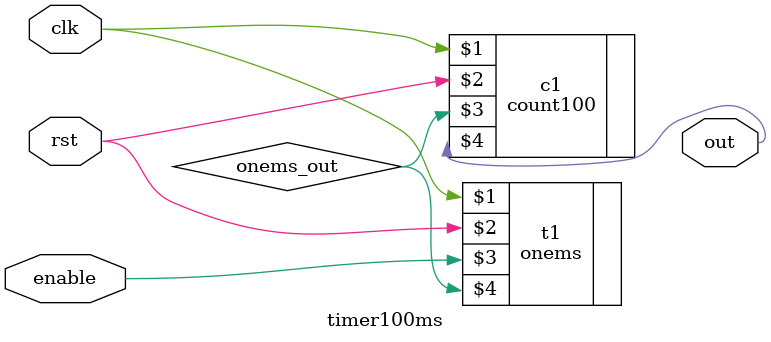
<source format=v>
module timer100ms(clk,rst,enable,out);

input clk,rst,enable;

output out;

wire onems_out;

	onems t1(clk,rst,enable,onems_out);
	count100 c1(clk,rst,onems_out,out);

endmodule


</source>
